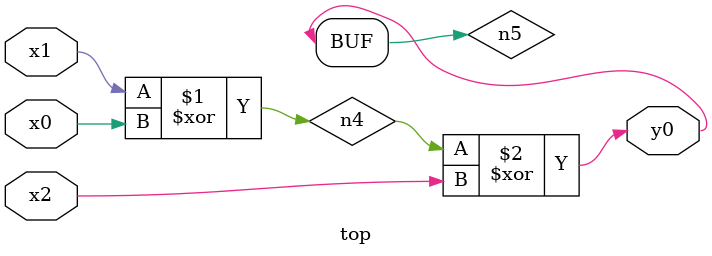
<source format=v>
module top( x0 , x1 , x2 , y0 );
  input x0 , x1 , x2 ;
  output y0 ;
  wire n4 , n5 ;
  assign n4 = x1 ^ x0 ;
  assign n5 = n4 ^ x2 ;
  assign y0 = n5 ;
endmodule

</source>
